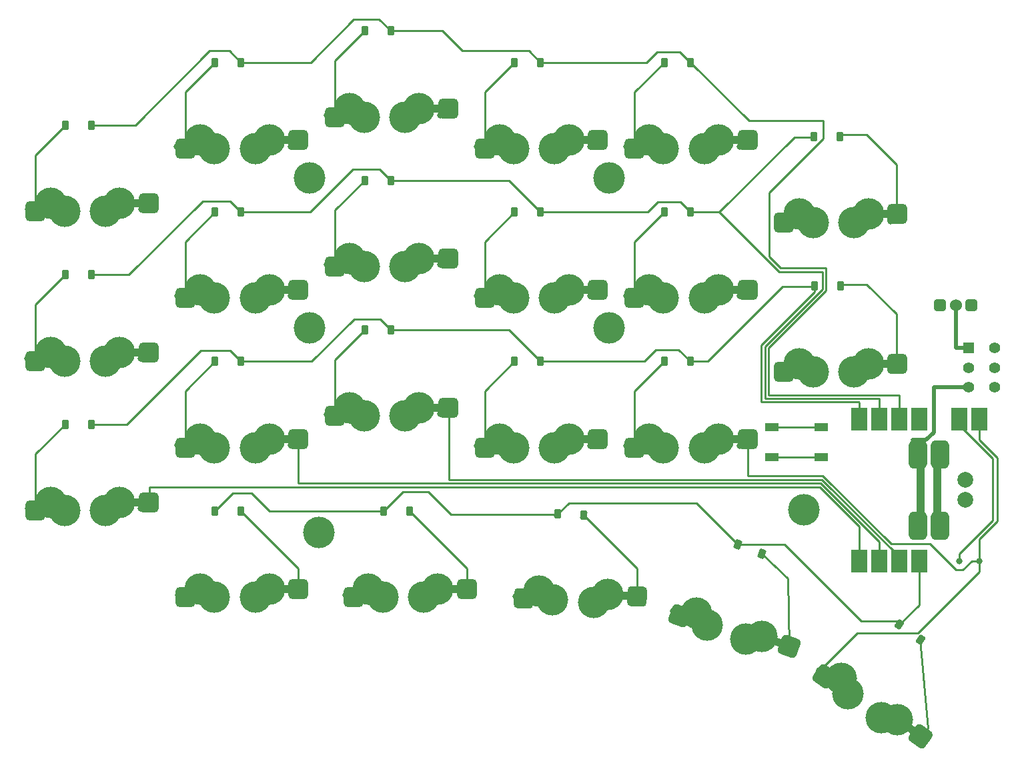
<source format=gbr>
%TF.GenerationSoftware,KiCad,Pcbnew,7.0.2-0*%
%TF.CreationDate,2024-02-18T21:26:20+01:00*%
%TF.ProjectId,defiant,64656669-616e-4742-9e6b-696361645f70,rev?*%
%TF.SameCoordinates,Original*%
%TF.FileFunction,Copper,L1,Top*%
%TF.FilePolarity,Positive*%
%FSLAX46Y46*%
G04 Gerber Fmt 4.6, Leading zero omitted, Abs format (unit mm)*
G04 Created by KiCad (PCBNEW 7.0.2-0) date 2024-02-18 21:26:20*
%MOMM*%
%LPD*%
G01*
G04 APERTURE LIST*
G04 Aperture macros list*
%AMRoundRect*
0 Rectangle with rounded corners*
0 $1 Rounding radius*
0 $2 $3 $4 $5 $6 $7 $8 $9 X,Y pos of 4 corners*
0 Add a 4 corners polygon primitive as box body*
4,1,4,$2,$3,$4,$5,$6,$7,$8,$9,$2,$3,0*
0 Add four circle primitives for the rounded corners*
1,1,$1+$1,$2,$3*
1,1,$1+$1,$4,$5*
1,1,$1+$1,$6,$7*
1,1,$1+$1,$8,$9*
0 Add four rect primitives between the rounded corners*
20,1,$1+$1,$2,$3,$4,$5,0*
20,1,$1+$1,$4,$5,$6,$7,0*
20,1,$1+$1,$6,$7,$8,$9,0*
20,1,$1+$1,$8,$9,$2,$3,0*%
%AMRotRect*
0 Rectangle, with rotation*
0 The origin of the aperture is its center*
0 $1 length*
0 $2 width*
0 $3 Rotation angle, in degrees counterclockwise*
0 Add horizontal line*
21,1,$1,$2,0,0,$3*%
G04 Aperture macros list end*
%TA.AperFunction,ComponentPad*%
%ADD10C,4.000000*%
%TD*%
%TA.AperFunction,SMDPad,CuDef*%
%ADD11RoundRect,0.225000X-0.402448X-0.171130X-0.038391X-0.435633X0.402448X0.171130X0.038391X0.435633X0*%
%TD*%
%TA.AperFunction,SMDPad,CuDef*%
%ADD12RoundRect,0.500000X-1.062296X-0.186149X0.151229X-1.067827X1.062296X0.186149X-0.151229X1.067827X0*%
%TD*%
%TA.AperFunction,SMDPad,CuDef*%
%ADD13RotRect,3.750000X1.000000X324.000000*%
%TD*%
%TA.AperFunction,SMDPad,CuDef*%
%ADD14RotRect,3.900000X1.000000X324.000000*%
%TD*%
%TA.AperFunction,SMDPad,CuDef*%
%ADD15RoundRect,0.225000X0.225000X0.375000X-0.225000X0.375000X-0.225000X-0.375000X0.225000X-0.375000X0*%
%TD*%
%TA.AperFunction,SMDPad,CuDef*%
%ADD16RoundRect,0.500000X-0.750000X-0.775000X0.750000X-0.775000X0.750000X0.775000X-0.750000X0.775000X0*%
%TD*%
%TA.AperFunction,SMDPad,CuDef*%
%ADD17R,3.750000X1.000000*%
%TD*%
%TA.AperFunction,SMDPad,CuDef*%
%ADD18R,3.900000X1.000000*%
%TD*%
%TA.AperFunction,SMDPad,CuDef*%
%ADD19RoundRect,0.225000X-0.244318X-0.362710X0.205066X-0.386262X0.244318X0.362710X-0.205066X0.386262X0*%
%TD*%
%TA.AperFunction,SMDPad,CuDef*%
%ADD20RoundRect,0.500000X-0.789533X-0.734686X0.708412X-0.813190X0.789533X0.734686X-0.708412X0.813190X0*%
%TD*%
%TA.AperFunction,SMDPad,CuDef*%
%ADD21RotRect,3.750000X1.000000X357.000000*%
%TD*%
%TA.AperFunction,SMDPad,CuDef*%
%ADD22RotRect,3.900000X1.000000X357.000000*%
%TD*%
%TA.AperFunction,SMDPad,CuDef*%
%ADD23R,2.000000X3.000000*%
%TD*%
%TA.AperFunction,ComponentPad*%
%ADD24C,2.000000*%
%TD*%
%TA.AperFunction,ComponentPad*%
%ADD25RoundRect,0.575000X0.575000X-1.225000X0.575000X1.225000X-0.575000X1.225000X-0.575000X-1.225000X0*%
%TD*%
%TA.AperFunction,SMDPad,CuDef*%
%ADD26RoundRect,0.225000X-0.225000X-0.375000X0.225000X-0.375000X0.225000X0.375000X-0.225000X0.375000X0*%
%TD*%
%TA.AperFunction,SMDPad,CuDef*%
%ADD27R,1.700000X1.000000*%
%TD*%
%TA.AperFunction,ComponentPad*%
%ADD28RoundRect,0.381000X0.381000X0.381000X-0.381000X0.381000X-0.381000X-0.381000X0.381000X-0.381000X0*%
%TD*%
%TA.AperFunction,ComponentPad*%
%ADD29C,1.524000*%
%TD*%
%TA.AperFunction,SMDPad,CuDef*%
%ADD30RoundRect,0.500000X-0.969835X-0.471747X0.439704X-0.984777X0.969835X0.471747X-0.439704X0.984777X0*%
%TD*%
%TA.AperFunction,SMDPad,CuDef*%
%ADD31RotRect,3.750000X1.000000X340.000000*%
%TD*%
%TA.AperFunction,SMDPad,CuDef*%
%ADD32RotRect,3.900000X1.000000X340.000000*%
%TD*%
%TA.AperFunction,SMDPad,CuDef*%
%ADD33RoundRect,0.225000X-0.339688X-0.275430X0.083173X-0.429339X0.339688X0.275430X-0.083173X0.429339X0*%
%TD*%
%TA.AperFunction,SMDPad,CuDef*%
%ADD34RoundRect,0.500000X0.750000X0.775000X-0.750000X0.775000X-0.750000X-0.775000X0.750000X-0.775000X0*%
%TD*%
%TA.AperFunction,ComponentPad*%
%ADD35R,1.400000X1.400000*%
%TD*%
%TA.AperFunction,ComponentPad*%
%ADD36C,1.400000*%
%TD*%
%TA.AperFunction,ViaPad*%
%ADD37C,0.800000*%
%TD*%
%TA.AperFunction,Conductor*%
%ADD38C,0.250000*%
%TD*%
%TA.AperFunction,Conductor*%
%ADD39C,1.000000*%
%TD*%
%TA.AperFunction,Conductor*%
%ADD40C,0.500000*%
%TD*%
G04 APERTURE END LIST*
D10*
%TO.P,,1*%
%TO.N,N/C*%
X181220000Y-113710000D03*
%TD*%
D11*
%TO.P,D20,1,K*%
%TO.N,row3*%
X193367747Y-128272754D03*
%TO.P,D20,2,A*%
%TO.N,Net-(D20-A)*%
X196037503Y-130212446D03*
%TD*%
D12*
%TO.P,T4,1,1*%
%TO.N,col4*%
X183876821Y-134917564D03*
D13*
X185333052Y-135975578D03*
D10*
X186010903Y-135170194D03*
X186849959Y-137077675D03*
%TO.P,T4,2,2*%
%TO.N,Net-(D20-A)*%
X191056847Y-140134158D03*
X193130252Y-140342704D03*
D14*
X194707835Y-141488885D03*
D12*
X196103390Y-142502815D03*
%TD*%
D15*
%TO.P,D3,1,K*%
%TO.N,row2*%
X90818816Y-102860447D03*
%TO.P,D3,2,A*%
%TO.N,Net-(D3-A)*%
X87518816Y-102860447D03*
%TD*%
%TO.P,D13,1,K*%
%TO.N,row0*%
X147818816Y-56860447D03*
%TO.P,D13,2,A*%
%TO.N,Net-(D13-A)*%
X144518816Y-56860447D03*
%TD*%
D16*
%TO.P,T0,1,1*%
%TO.N,col0*%
X102743816Y-124810449D03*
D17*
X104543816Y-124810449D03*
D10*
X104618816Y-123760449D03*
X106418816Y-124810449D03*
%TO.P,T0,2,2*%
%TO.N,Net-(D4-A)*%
X111618816Y-124810449D03*
X113418816Y-123760449D03*
D18*
X115368816Y-123760449D03*
D16*
X117093816Y-123760449D03*
%TD*%
D19*
%TO.P,D12,1,K*%
%TO.N,row3*%
X150046511Y-114236969D03*
%TO.P,D12,2,A*%
%TO.N,Net-(D12-A)*%
X153341989Y-114409677D03*
%TD*%
D20*
%TO.P,T2,1,1*%
%TO.N,col2*%
X145676919Y-124987036D03*
D21*
X147474452Y-125081240D03*
D10*
X147604302Y-124036605D03*
X149346882Y-125179370D03*
%TO.P,T2,2,2*%
%TO.N,Net-(D12-A)*%
X154539756Y-125451517D03*
X156392242Y-124497161D03*
D22*
X158339570Y-124599216D03*
D20*
X160062205Y-124689496D03*
%TD*%
D15*
%TO.P,D14,1,K*%
%TO.N,row1*%
X147818815Y-75860447D03*
%TO.P,D14,2,A*%
%TO.N,Net-(D14-A)*%
X144518815Y-75860447D03*
%TD*%
%TO.P,D11,1,K*%
%TO.N,row2*%
X128818816Y-90860447D03*
%TO.P,D11,2,A*%
%TO.N,Net-(D11-A)*%
X125518816Y-90860447D03*
%TD*%
D23*
%TO.P,U1,1,PA02_A0_D0*%
%TO.N,col4*%
X203482449Y-102208323D03*
%TO.P,U1,2,PA4_A1_D1*%
%TO.N,col3*%
X200942449Y-102208323D03*
%TO.P,U1,4,PA11_A3_D3*%
%TO.N,col5*%
X195862449Y-102208323D03*
%TO.P,U1,5,PA8_A4_D4_SDA*%
%TO.N,row0*%
X193322449Y-102208323D03*
%TO.P,U1,6,PA9_A5_D5_SCL*%
%TO.N,row1*%
X190782449Y-102208323D03*
%TO.P,U1,7,PB08_A6_D6_TX*%
%TO.N,row2*%
X188242449Y-102208323D03*
%TO.P,U1,8,PB09_A7_D7_RX*%
%TO.N,col0*%
X188242449Y-120208323D03*
%TO.P,U1,9,PA7_A8_D8_SCK*%
%TO.N,col1*%
X190782449Y-120208323D03*
%TO.P,U1,10,PA5_A9_D9_MISO*%
%TO.N,col2*%
X193322449Y-120208323D03*
%TO.P,U1,11,PA6_A10_D10_MOSI*%
%TO.N,row3*%
X195862449Y-120208323D03*
D24*
%TO.P,U1,19,RESET*%
%TO.N,Net-(U1-RESET)*%
X201712449Y-109938323D03*
%TO.P,U1,20,GND*%
%TO.N,Net-(SW1-Pad2)*%
X201712449Y-112478323D03*
D25*
%TO.P,U1,21,BAT-*%
%TO.N,Net-(J1-Pin_1)*%
X198512449Y-106708323D03*
X198512449Y-115708323D03*
%TO.P,U1,22,BAT+*%
%TO.N,Net-(U1-BAT+)*%
X195737449Y-106708323D03*
X195737449Y-115708323D03*
%TD*%
D10*
%TO.P,REF\u002A\u002A,1*%
%TO.N,N/C*%
X118494251Y-90563323D03*
%TD*%
D15*
%TO.P,D7,1,K*%
%TO.N,row2*%
X109818816Y-94860448D03*
%TO.P,D7,2,A*%
%TO.N,Net-(D7-A)*%
X106518816Y-94860448D03*
%TD*%
%TO.P,D5,1,K*%
%TO.N,row0*%
X109818815Y-56860447D03*
%TO.P,D5,2,A*%
%TO.N,Net-(D5-A)*%
X106518815Y-56860447D03*
%TD*%
%TO.P,D10,1,K*%
%TO.N,row1*%
X128818816Y-71860448D03*
%TO.P,D10,2,A*%
%TO.N,Net-(D10-A)*%
X125518816Y-71860448D03*
%TD*%
%TO.P,D15,1,K*%
%TO.N,row2*%
X147818815Y-94860447D03*
%TO.P,D15,2,A*%
%TO.N,Net-(D15-A)*%
X144518815Y-94860447D03*
%TD*%
%TO.P,D17,1,K*%
%TO.N,row0*%
X166818815Y-56860448D03*
%TO.P,D17,2,A*%
%TO.N,Net-(D17-A)*%
X163518815Y-56860448D03*
%TD*%
D10*
%TO.P,,1*%
%TO.N,N/C*%
X119704251Y-116603323D03*
%TD*%
D16*
%TO.P,C5R2,1,1*%
%TO.N,col5*%
X178743821Y-77193323D03*
D17*
X180543821Y-77193323D03*
D10*
X180618821Y-76143323D03*
X182418821Y-77193323D03*
%TO.P,C5R2,2,2*%
%TO.N,Net-(D22-A)*%
X187618821Y-77193323D03*
X189418821Y-76143323D03*
D18*
X191368821Y-76143323D03*
D16*
X193093821Y-76143323D03*
%TD*%
D26*
%TO.P,D8,1,K*%
%TO.N,row3*%
X127893815Y-113860448D03*
%TO.P,D8,2,A*%
%TO.N,Net-(D8-A)*%
X131193815Y-113860448D03*
%TD*%
D16*
%TO.P,T1,1,1*%
%TO.N,col1*%
X124118816Y-124810448D03*
D17*
X125918816Y-124810448D03*
D10*
X125993816Y-123760448D03*
X127793816Y-124810448D03*
%TO.P,T1,2,2*%
%TO.N,Net-(D8-A)*%
X132993816Y-124810448D03*
X134793816Y-123760448D03*
D18*
X136743816Y-123760448D03*
D16*
X138468816Y-123760448D03*
%TD*%
D26*
%TO.P,D4,1,K*%
%TO.N,row3*%
X106518816Y-113860447D03*
%TO.P,D4,2,A*%
%TO.N,Net-(D4-A)*%
X109818816Y-113860447D03*
%TD*%
D15*
%TO.P,D9,1,K*%
%TO.N,row0*%
X128818815Y-52860448D03*
%TO.P,D9,2,A*%
%TO.N,Net-(D9-A)*%
X125518815Y-52860448D03*
%TD*%
D10*
%TO.P,REF\u002A\u002A,1*%
%TO.N,N/C*%
X156494251Y-71553323D03*
%TD*%
D27*
%TO.P,SW1,1,1*%
%TO.N,Net-(U1-RESET)*%
X177190000Y-103220000D03*
X183490000Y-103220000D03*
%TO.P,SW1,2,2*%
%TO.N,Net-(SW1-Pad2)*%
X177190000Y-107020000D03*
X183490000Y-107020000D03*
%TD*%
D15*
%TO.P,D2,1,K*%
%TO.N,row1*%
X90818815Y-83860448D03*
%TO.P,D2,2,A*%
%TO.N,Net-(D2-A)*%
X87518815Y-83860448D03*
%TD*%
D26*
%TO.P,D22,1,K*%
%TO.N,row1*%
X182553821Y-66273323D03*
%TO.P,D22,2,A*%
%TO.N,Net-(D22-A)*%
X185853821Y-66273323D03*
%TD*%
D28*
%TO.P,J1,1,Pin_1*%
%TO.N,Net-(J1-Pin_1)*%
X202520000Y-87710000D03*
X198520000Y-87710000D03*
D29*
%TO.P,J1,2,Pin_2*%
%TO.N,Net-(J1-Pin_2)*%
X200520000Y-87710000D03*
%TD*%
D30*
%TO.P,T3,1,1*%
%TO.N,col3*%
X165535397Y-127137363D03*
D31*
X167226844Y-127752999D03*
D10*
X167656442Y-126791974D03*
X168988767Y-128394287D03*
%TO.P,T3,2,2*%
%TO.N,Net-(D16-A)*%
X173875169Y-130172792D03*
X175925737Y-129801751D03*
D32*
X177758137Y-130468690D03*
D30*
X179379107Y-131058675D03*
%TD*%
D15*
%TO.P,D19,1,K*%
%TO.N,row2*%
X166818816Y-94860447D03*
%TO.P,D19,2,A*%
%TO.N,Net-(D19-A)*%
X163518816Y-94860447D03*
%TD*%
%TO.P,D6,1,K*%
%TO.N,row1*%
X109818816Y-75860448D03*
%TO.P,D6,2,A*%
%TO.N,Net-(D6-A)*%
X106518816Y-75860448D03*
%TD*%
D16*
%TO.P,C5R3,1,1*%
%TO.N,col5*%
X178743821Y-96193323D03*
D17*
X180543821Y-96193323D03*
D10*
X180618821Y-95143323D03*
X182418821Y-96193323D03*
%TO.P,C5R3,2,2*%
%TO.N,Net-(D23-A)*%
X187618821Y-96193323D03*
X189418821Y-95143323D03*
D18*
X191368821Y-95143323D03*
D16*
X193093821Y-95143323D03*
%TD*%
D26*
%TO.P,D23,1,K*%
%TO.N,row2*%
X182596321Y-85273323D03*
%TO.P,D23,2,A*%
%TO.N,Net-(D23-A)*%
X185896321Y-85273323D03*
%TD*%
D15*
%TO.P,D18,1,K*%
%TO.N,row1*%
X166818816Y-75860447D03*
%TO.P,D18,2,A*%
%TO.N,Net-(D18-A)*%
X163518816Y-75860447D03*
%TD*%
D33*
%TO.P,D16,1,K*%
%TO.N,row3*%
X172848127Y-118129039D03*
%TO.P,D16,2,A*%
%TO.N,Net-(D16-A)*%
X175949113Y-119257705D03*
%TD*%
D10*
%TO.P,REF\u002A\u002A,1*%
%TO.N,N/C*%
X118494251Y-71553323D03*
%TD*%
%TO.P,REF\u002A\u002A,1*%
%TO.N,N/C*%
X156494251Y-90563323D03*
%TD*%
D15*
%TO.P,D1,1,K*%
%TO.N,row0*%
X90818815Y-64860447D03*
%TO.P,D1,2,A*%
%TO.N,Net-(D1-A)*%
X87518815Y-64860447D03*
%TD*%
D34*
%TO.P,C3R1,1,1*%
%TO.N,col3*%
X155093815Y-66760448D03*
D18*
X153368815Y-66760448D03*
D10*
X151418815Y-66760448D03*
X149618815Y-67810448D03*
%TO.P,C3R1,2,2*%
%TO.N,Net-(D13-A)*%
X144418815Y-67810448D03*
X142618815Y-66760448D03*
D17*
X142543815Y-67810448D03*
D34*
X140743815Y-67810448D03*
%TD*%
%TO.P,C3R3,1,1*%
%TO.N,col3*%
X155093816Y-104760447D03*
D18*
X153368816Y-104760447D03*
D10*
X151418816Y-104760447D03*
X149618816Y-105810447D03*
%TO.P,C3R3,2,2*%
%TO.N,Net-(D15-A)*%
X144418816Y-105810447D03*
X142618816Y-104760447D03*
D17*
X142543816Y-105810447D03*
D34*
X140743816Y-105810447D03*
%TD*%
%TO.P,C2R3,1,1*%
%TO.N,col2*%
X136093815Y-100760447D03*
D18*
X134368815Y-100760447D03*
D10*
X132418815Y-100760447D03*
X130618815Y-101810447D03*
%TO.P,C2R3,2,2*%
%TO.N,Net-(D11-A)*%
X125418815Y-101810447D03*
X123618815Y-100760447D03*
D17*
X123543815Y-101810447D03*
D34*
X121743815Y-101810447D03*
%TD*%
%TO.P,C3R2,1,1*%
%TO.N,col3*%
X155093815Y-85760448D03*
D18*
X153368815Y-85760448D03*
D10*
X151418815Y-85760448D03*
X149618815Y-86810448D03*
%TO.P,C3R2,2,2*%
%TO.N,Net-(D14-A)*%
X144418815Y-86810448D03*
X142618815Y-85760448D03*
D17*
X142543815Y-86810448D03*
D34*
X140743815Y-86810448D03*
%TD*%
%TO.P,C0R2,1,1*%
%TO.N,col0*%
X98093816Y-93760447D03*
D18*
X96368816Y-93760447D03*
D10*
X94418816Y-93760447D03*
X92618816Y-94810447D03*
%TO.P,C0R2,2,2*%
%TO.N,Net-(D2-A)*%
X87418816Y-94810447D03*
X85618816Y-93760447D03*
D17*
X85543816Y-94810447D03*
D34*
X83743816Y-94810447D03*
%TD*%
%TO.P,C0R1,1,1*%
%TO.N,col0*%
X98093816Y-74760448D03*
D18*
X96368816Y-74760448D03*
D10*
X94418816Y-74760448D03*
X92618816Y-75810448D03*
%TO.P,C0R1,2,2*%
%TO.N,Net-(D1-A)*%
X87418816Y-75810448D03*
X85618816Y-74760448D03*
D17*
X85543816Y-75810448D03*
D34*
X83743816Y-75810448D03*
%TD*%
%TO.P,C0R3,1,1*%
%TO.N,col0*%
X98093815Y-112760447D03*
D18*
X96368815Y-112760447D03*
D10*
X94418815Y-112760447D03*
X92618815Y-113810447D03*
%TO.P,C0R3,2,2*%
%TO.N,Net-(D3-A)*%
X87418815Y-113810447D03*
X85618815Y-112760447D03*
D17*
X85543815Y-113810447D03*
D34*
X83743815Y-113810447D03*
%TD*%
%TO.P,C4R2,1,1*%
%TO.N,col4*%
X174093816Y-85760447D03*
D18*
X172368816Y-85760447D03*
D10*
X170418816Y-85760447D03*
X168618816Y-86810447D03*
%TO.P,C4R2,2,2*%
%TO.N,Net-(D18-A)*%
X163418816Y-86810447D03*
X161618816Y-85760447D03*
D17*
X161543816Y-86810447D03*
D34*
X159743816Y-86810447D03*
%TD*%
%TO.P,C1R3,1,1*%
%TO.N,col1*%
X117093815Y-104760447D03*
D18*
X115368815Y-104760447D03*
D10*
X113418815Y-104760447D03*
X111618815Y-105810447D03*
%TO.P,C1R3,2,2*%
%TO.N,Net-(D7-A)*%
X106418815Y-105810447D03*
X104618815Y-104760447D03*
D17*
X104543815Y-105810447D03*
D34*
X102743815Y-105810447D03*
%TD*%
D35*
%TO.P,SW3,1,1*%
%TO.N,Net-(J1-Pin_2)*%
X202120000Y-93160000D03*
D36*
%TO.P,SW3,2,2*%
%TO.N,unconnected-(SW3-Pad2)*%
X202120000Y-95660000D03*
%TO.P,SW3,3,3*%
%TO.N,Net-(U1-BAT+)*%
X202120000Y-98160000D03*
%TO.P,SW3,4,4*%
%TO.N,unconnected-(SW3-Pad4)*%
X205420000Y-93160000D03*
%TO.P,SW3,5*%
%TO.N,N/C*%
X205420000Y-95660000D03*
%TO.P,SW3,6*%
X205420000Y-98160000D03*
%TD*%
D34*
%TO.P,C2R2,1,1*%
%TO.N,col2*%
X136093815Y-81760447D03*
D18*
X134368815Y-81760447D03*
D10*
X132418815Y-81760447D03*
X130618815Y-82810447D03*
%TO.P,C2R2,2,2*%
%TO.N,Net-(D10-A)*%
X125418815Y-82810447D03*
X123618815Y-81760447D03*
D17*
X123543815Y-82810447D03*
D34*
X121743815Y-82810447D03*
%TD*%
%TO.P,C2R1,1,1*%
%TO.N,col2*%
X136093815Y-62760447D03*
D18*
X134368815Y-62760447D03*
D10*
X132418815Y-62760447D03*
X130618815Y-63810447D03*
%TO.P,C2R1,2,2*%
%TO.N,Net-(D9-A)*%
X125418815Y-63810447D03*
X123618815Y-62760447D03*
D17*
X123543815Y-63810447D03*
D34*
X121743815Y-63810447D03*
%TD*%
%TO.P,C1R2,1,1*%
%TO.N,col1*%
X117093815Y-85760448D03*
D18*
X115368815Y-85760448D03*
D10*
X113418815Y-85760448D03*
X111618815Y-86810448D03*
%TO.P,C1R2,2,2*%
%TO.N,Net-(D6-A)*%
X106418815Y-86810448D03*
X104618815Y-85760448D03*
D17*
X104543815Y-86810448D03*
D34*
X102743815Y-86810448D03*
%TD*%
%TO.P,C4R3,1,1*%
%TO.N,col4*%
X174093815Y-104760447D03*
D18*
X172368815Y-104760447D03*
D10*
X170418815Y-104760447D03*
X168618815Y-105810447D03*
%TO.P,C4R3,2,2*%
%TO.N,Net-(D19-A)*%
X163418815Y-105810447D03*
X161618815Y-104760447D03*
D17*
X161543815Y-105810447D03*
D34*
X159743815Y-105810447D03*
%TD*%
%TO.P,C1R1,1,1*%
%TO.N,col1*%
X117093817Y-66760447D03*
D18*
X115368817Y-66760447D03*
D10*
X113418817Y-66760447D03*
X111618817Y-67810447D03*
%TO.P,C1R1,2,2*%
%TO.N,Net-(D5-A)*%
X106418817Y-67810447D03*
X104618817Y-66760447D03*
D17*
X104543817Y-67810447D03*
D34*
X102743817Y-67810447D03*
%TD*%
%TO.P,C4R1,1,1*%
%TO.N,col4*%
X174093815Y-66760447D03*
D18*
X172368815Y-66760447D03*
D10*
X170418815Y-66760447D03*
X168618815Y-67810447D03*
%TO.P,C4R1,2,2*%
%TO.N,Net-(D17-A)*%
X163418815Y-67810447D03*
X161618815Y-66760447D03*
D17*
X161543815Y-67810447D03*
D34*
X159743815Y-67810447D03*
%TD*%
D37*
%TO.N,col4*%
X183204251Y-134123323D03*
%TO.N,Net-(D20-A)*%
X195116148Y-142115547D03*
%TO.N,col5*%
X195870000Y-102160000D03*
%TO.N,row2*%
X188220000Y-102160000D03*
%TO.N,Net-(D23-A)*%
X192270000Y-96010000D03*
%TO.N,col5*%
X177870000Y-96110000D03*
X177820000Y-77060000D03*
%TO.N,Net-(D22-A)*%
X192270000Y-77060000D03*
%TO.N,col0*%
X97108815Y-94500447D03*
X188262448Y-120133324D03*
X97148815Y-75500448D03*
X97088816Y-113510447D03*
X101838815Y-124550447D03*
%TO.N,Net-(D1-A)*%
X82738815Y-75550448D03*
%TO.N,Net-(D2-A)*%
X82718815Y-94520448D03*
%TO.N,Net-(D3-A)*%
X82738816Y-113530447D03*
%TO.N,col1*%
X123093816Y-124580447D03*
X190762449Y-120133323D03*
X116128815Y-67530448D03*
X116138816Y-86530447D03*
X116108815Y-105510448D03*
%TO.N,Net-(D5-A)*%
X101698816Y-67540447D03*
%TO.N,Net-(D6-A)*%
X101728815Y-86570447D03*
%TO.N,Net-(D7-A)*%
X101718815Y-105530447D03*
%TO.N,col2*%
X135128815Y-82530447D03*
X144654251Y-124723323D03*
X135128816Y-63550447D03*
X193262449Y-120133324D03*
X135128815Y-101540448D03*
%TO.N,Net-(D9-A)*%
X120698816Y-63570448D03*
%TO.N,Net-(D10-A)*%
X120738816Y-82560447D03*
%TO.N,Net-(D11-A)*%
X120708816Y-101580447D03*
%TO.N,col3*%
X164654251Y-126573323D03*
X154128816Y-86540447D03*
X154138815Y-67540448D03*
X154128817Y-105540448D03*
X200942448Y-120208323D03*
%TO.N,Net-(D13-A)*%
X139718815Y-67540447D03*
%TO.N,Net-(D14-A)*%
X139728816Y-86570448D03*
%TO.N,Net-(D15-A)*%
X139718816Y-105560447D03*
%TO.N,col4*%
X203482449Y-120208324D03*
X173138816Y-86540447D03*
X173128816Y-67530448D03*
X173138815Y-105550447D03*
%TO.N,Net-(D17-A)*%
X158728816Y-67570447D03*
%TO.N,Net-(D18-A)*%
X158708816Y-86570448D03*
%TO.N,Net-(D19-A)*%
X158728816Y-105550448D03*
%TO.N,row0*%
X193262448Y-102133324D03*
%TO.N,row1*%
X190762448Y-102133323D03*
%TO.N,row3*%
X195762448Y-120133324D03*
%TO.N,Net-(D4-A)*%
X116148816Y-124000447D03*
%TO.N,Net-(D8-A)*%
X137463816Y-124010447D03*
%TO.N,Net-(D12-A)*%
X159024250Y-124903324D03*
%TO.N,Net-(D16-A)*%
X178332811Y-130955266D03*
%TO.N,Net-(U1-RESET)*%
X183470000Y-103210000D03*
X177170000Y-103210000D03*
%TO.N,Net-(SW1-Pad2)*%
X177170000Y-107010000D03*
X183490000Y-107020000D03*
%TD*%
D38*
%TO.N,Net-(D20-A)*%
X196014529Y-130239824D02*
X196994492Y-141440842D01*
%TO.N,row2*%
X188242449Y-102182449D02*
X188242449Y-102208323D01*
X188220000Y-102160000D02*
X188242449Y-102182449D01*
X188242449Y-102137551D02*
X188220000Y-102160000D01*
%TO.N,col0*%
X98210471Y-112643791D02*
X98210471Y-110860000D01*
X183247208Y-110860000D02*
X188242449Y-115855241D01*
X98093815Y-112760447D02*
X98210471Y-112643791D01*
X98210471Y-110860000D02*
X183247208Y-110860000D01*
X188242449Y-115855241D02*
X188242449Y-120208323D01*
%TO.N,Net-(D1-A)*%
X87518815Y-64860447D02*
X83743815Y-68635448D01*
X83743815Y-68635448D02*
X83743815Y-75810447D01*
%TO.N,Net-(D2-A)*%
X83743816Y-87635448D02*
X83743816Y-94810448D01*
X87518816Y-83860447D02*
X83743816Y-87635448D01*
%TO.N,Net-(D3-A)*%
X83743815Y-106635446D02*
X83743816Y-113810448D01*
X87518816Y-102860448D02*
X83743815Y-106635446D01*
%TO.N,col1*%
X190782449Y-117758845D02*
X190782449Y-120208323D01*
X183383604Y-110360000D02*
X190782449Y-117758845D01*
X117093815Y-104760447D02*
X117093815Y-110360000D01*
X117093815Y-110360000D02*
X183383604Y-110360000D01*
%TO.N,Net-(D5-A)*%
X102743816Y-60635448D02*
X102743816Y-67810447D01*
X106518816Y-56860447D02*
X102743816Y-60635448D01*
%TO.N,Net-(D6-A)*%
X102743815Y-79635448D02*
X102743816Y-86810448D01*
X106518815Y-75860448D02*
X102743815Y-79635448D01*
%TO.N,Net-(D7-A)*%
X102743816Y-98635448D02*
X102743816Y-105810448D01*
X106518816Y-94860448D02*
X102743816Y-98635448D01*
%TO.N,col2*%
X136093815Y-100760447D02*
X136174251Y-100840883D01*
X193322449Y-119662449D02*
X193322449Y-120208323D01*
X183520000Y-109860000D02*
X193322449Y-119662449D01*
X136174251Y-100840883D02*
X136174251Y-109860000D01*
X136174251Y-109860000D02*
X183520000Y-109860000D01*
%TO.N,Net-(D9-A)*%
X121743816Y-56635448D02*
X121743816Y-63810447D01*
X125518815Y-52860448D02*
X121743816Y-56635448D01*
%TO.N,Net-(D10-A)*%
X125518815Y-71860448D02*
X121743816Y-75635447D01*
X121743816Y-75635447D02*
X121743816Y-82810447D01*
%TO.N,Net-(D11-A)*%
X121743815Y-94635447D02*
X121743815Y-101810448D01*
X125518816Y-90860447D02*
X121743815Y-94635447D01*
%TO.N,col3*%
X200942449Y-102949720D02*
X205194251Y-107201521D01*
X200942449Y-119316928D02*
X200942448Y-120208323D01*
X200942449Y-102208324D02*
X200942449Y-102949720D01*
X205194251Y-107201521D02*
X205194250Y-115065125D01*
X205194250Y-115065125D02*
X200942449Y-119316928D01*
%TO.N,Net-(D13-A)*%
X140743815Y-60635447D02*
X140743815Y-67810447D01*
X144518816Y-56860448D02*
X140743815Y-60635447D01*
%TO.N,Net-(D14-A)*%
X144518816Y-75860447D02*
X140743815Y-79635447D01*
X140743815Y-79635447D02*
X140743814Y-86810448D01*
%TO.N,Net-(D15-A)*%
X140743816Y-98635448D02*
X144518815Y-94860447D01*
X140743815Y-105810447D02*
X140743816Y-98635448D01*
%TO.N,col4*%
X200520000Y-121360000D02*
X197220000Y-118060000D01*
X203482449Y-120208324D02*
X202571676Y-120208324D01*
X205762449Y-115133324D02*
X203482448Y-117413324D01*
X201420000Y-121360000D02*
X200520000Y-121360000D01*
X203482448Y-102208324D02*
X203482448Y-104853324D01*
X202571676Y-120208324D02*
X201420000Y-121360000D01*
X183876821Y-133503179D02*
X188020000Y-129360000D01*
X205762448Y-107133324D02*
X205762449Y-115133324D01*
X174120000Y-104786632D02*
X174093815Y-104760447D01*
X203482448Y-117413324D02*
X203482449Y-120208324D01*
X174120000Y-109360000D02*
X174120000Y-104786632D01*
X183656396Y-109360000D02*
X174120000Y-109360000D01*
X197220000Y-118060000D02*
X192356396Y-118060000D01*
X183876821Y-134917564D02*
X183876821Y-133503179D01*
X195698889Y-129360000D02*
X203482449Y-121576440D01*
X203482449Y-121576440D02*
X203482449Y-120208324D01*
X188020000Y-129360000D02*
X195698889Y-129360000D01*
X192356396Y-118060000D02*
X183656396Y-109360000D01*
X203482448Y-104853324D02*
X205762448Y-107133324D01*
%TO.N,Net-(D17-A)*%
X159743815Y-60635448D02*
X159743817Y-67810448D01*
X163518816Y-56860448D02*
X159743815Y-60635448D01*
%TO.N,Net-(D18-A)*%
X159743816Y-79635447D02*
X159743815Y-86810448D01*
X163518815Y-75860448D02*
X159743816Y-79635447D01*
%TO.N,Net-(D19-A)*%
X159743815Y-98635447D02*
X163518816Y-94860446D01*
X159743815Y-105810448D02*
X159743815Y-98635447D01*
%TO.N,row0*%
X96368815Y-64860447D02*
X90818815Y-64860447D01*
X135378816Y-52860447D02*
X128818816Y-52860447D01*
X108338815Y-55380447D02*
X105848815Y-55380447D01*
X162638816Y-55520448D02*
X161298815Y-56860447D01*
X147818815Y-56860448D02*
X146338816Y-55380448D01*
X193322449Y-99162449D02*
X193322449Y-102208323D01*
X161298815Y-56860447D02*
X147818815Y-56860448D01*
X137898816Y-55380448D02*
X135378816Y-52860447D01*
X176850000Y-81554498D02*
X178305502Y-83010000D01*
X128818816Y-52860447D02*
X127328816Y-51370447D01*
X166885542Y-56860448D02*
X174284251Y-64259157D01*
X124128816Y-51370447D02*
X118638816Y-56860448D01*
X184070000Y-85846396D02*
X176770000Y-93146396D01*
X105848815Y-55380447D02*
X96368815Y-64860447D01*
X176770000Y-99110000D02*
X193270000Y-99110000D01*
X178305502Y-83010000D02*
X184070000Y-83010000D01*
X174284251Y-64259157D02*
X183719157Y-64259157D01*
X184070000Y-83010000D02*
X184070000Y-85846396D01*
X165478816Y-55520447D02*
X162638816Y-55520448D01*
X193270000Y-99110000D02*
X193322449Y-99162449D01*
X127328816Y-51370447D02*
X124128816Y-51370447D01*
X118638816Y-56860448D02*
X109818815Y-56860448D01*
X176770000Y-93146396D02*
X176770000Y-99110000D01*
X109818815Y-56860448D02*
X108338815Y-55380447D01*
X183720000Y-66540000D02*
X176850000Y-73410000D01*
X183719157Y-64259157D02*
X183720000Y-64260000D01*
X176850000Y-73410000D02*
X176850000Y-81554498D01*
X146338816Y-55380448D02*
X137898816Y-55380448D01*
X166818815Y-56860447D02*
X165478816Y-55520447D01*
X166818815Y-56860448D02*
X166885542Y-56860448D01*
X183720000Y-64260000D02*
X183720000Y-66540000D01*
%TO.N,row1*%
X123988815Y-70460447D02*
X118588816Y-75860448D01*
X180020000Y-66360000D02*
X182467144Y-66360000D01*
X161458816Y-75860448D02*
X162718816Y-74600447D01*
X95588816Y-83860448D02*
X90818815Y-83860448D01*
X128818816Y-71860448D02*
X143818816Y-71860447D01*
X183620000Y-83460000D02*
X183620000Y-85660000D01*
X166818816Y-75860447D02*
X170519553Y-75860447D01*
X108458815Y-74500447D02*
X104948817Y-74500447D01*
X170519553Y-75860447D02*
X178119106Y-83460000D01*
X190744898Y-99560000D02*
X190782449Y-99597551D01*
X190924251Y-102603323D02*
X190924251Y-101107566D01*
X118588816Y-75860448D02*
X109818816Y-75860447D01*
X165558816Y-74600447D02*
X166818816Y-75860448D01*
X104948817Y-74500447D02*
X95588816Y-83860448D01*
X178119106Y-83460000D02*
X183620000Y-83460000D01*
X183620000Y-85660000D02*
X176320000Y-92960000D01*
X170519553Y-75860447D02*
X180020000Y-66360000D01*
X127418816Y-70460448D02*
X123988815Y-70460447D01*
X147818815Y-75860447D02*
X161458816Y-75860448D01*
X176320000Y-99560000D02*
X190744898Y-99560000D01*
X190782449Y-99597551D02*
X190782449Y-102208323D01*
X176320000Y-92960000D02*
X176320000Y-99560000D01*
X109818816Y-75860447D02*
X108458815Y-74500447D01*
X162718816Y-74600447D02*
X165558816Y-74600447D01*
X128818816Y-71860448D02*
X127418816Y-70460448D01*
X143818816Y-71860447D02*
X147818815Y-75860447D01*
X182467144Y-66360000D02*
X182553821Y-66273323D01*
%TO.N,row2*%
X175880000Y-100010000D02*
X188180000Y-100010000D01*
X104718816Y-93450447D02*
X95308816Y-102860447D01*
X169020000Y-94860000D02*
X166819263Y-94860000D01*
X118788816Y-94860447D02*
X109818815Y-94860448D01*
X165368816Y-93410448D02*
X162428816Y-93410448D01*
X127448815Y-89490448D02*
X124158815Y-89490447D01*
X147818815Y-94860448D02*
X143818815Y-90860448D01*
X166819263Y-94860000D02*
X166818816Y-94860447D01*
X95308816Y-102860447D02*
X90818816Y-102860447D01*
X188180000Y-100010000D02*
X188242449Y-100072449D01*
X124158815Y-89490447D02*
X118788816Y-94860447D01*
X182596321Y-86047283D02*
X175870000Y-92773604D01*
X108408815Y-93450448D02*
X104718816Y-93450447D01*
X188242449Y-100072449D02*
X188242449Y-102137551D01*
X128818815Y-90860448D02*
X127448815Y-89490448D01*
X182509644Y-85360000D02*
X178520000Y-85360000D01*
X162428816Y-93410448D02*
X160978816Y-94860448D01*
X182596321Y-85273323D02*
X182596321Y-86047283D01*
X182620000Y-85297002D02*
X182596321Y-85273323D01*
X175870000Y-100000000D02*
X175880000Y-100010000D01*
X175870000Y-92773604D02*
X175870000Y-100000000D01*
X143818815Y-90860448D02*
X128818815Y-90860448D01*
X166818815Y-94860447D02*
X165368816Y-93410448D01*
X160978816Y-94860448D02*
X147818815Y-94860448D01*
X109818815Y-94860448D02*
X108408815Y-93450448D01*
X178520000Y-85360000D02*
X169020000Y-94860000D01*
%TO.N,row3*%
X151423480Y-112860000D02*
X167579088Y-112860000D01*
X192954993Y-127860000D02*
X193367747Y-128272754D01*
X172848127Y-118129039D02*
X178789039Y-118129039D01*
X188520000Y-127860000D02*
X192954993Y-127860000D01*
X130320940Y-111433323D02*
X127893815Y-113860448D01*
X113391376Y-113860448D02*
X127893815Y-113860448D01*
X150046511Y-114236969D02*
X151423480Y-112860000D01*
X113391376Y-113860448D02*
X111144251Y-111613323D01*
X133619251Y-111433323D02*
X130320940Y-111433323D01*
X193367747Y-128272754D02*
X195862449Y-125778052D01*
X136460021Y-114274093D02*
X133619251Y-111433323D01*
X178789039Y-118129039D02*
X188520000Y-127860000D01*
X108765940Y-111613323D02*
X106518816Y-113860447D01*
X195862449Y-125778052D02*
X195862449Y-120208323D01*
X167579088Y-112860000D02*
X172848127Y-118129039D01*
X136460021Y-114274093D02*
X150009387Y-114274093D01*
X111144251Y-111613323D02*
X108765940Y-111613323D01*
X150009387Y-114274093D02*
X150046511Y-114236969D01*
%TO.N,Net-(D4-A)*%
X109818816Y-113860448D02*
X117093816Y-121135447D01*
X117093816Y-121135447D02*
X117093816Y-123760448D01*
%TO.N,Net-(D8-A)*%
X138468815Y-121135447D02*
X138468816Y-123760448D01*
X131193815Y-113860448D02*
X138468815Y-121135447D01*
%TO.N,Net-(D12-A)*%
X153341989Y-114409677D02*
X160062205Y-121129893D01*
X160062205Y-121129893D02*
X160062205Y-124689496D01*
%TO.N,Net-(D16-A)*%
X175949113Y-119257704D02*
X179228396Y-122424472D01*
X179228396Y-122424472D02*
X179379108Y-131058675D01*
%TO.N,Net-(D22-A)*%
X193020000Y-77035001D02*
X193020000Y-69860000D01*
X186042145Y-66084999D02*
X185853821Y-66273323D01*
X189244999Y-66084999D02*
X186042145Y-66084999D01*
X193020000Y-69860000D02*
X189244999Y-66084999D01*
D39*
%TO.N,Net-(J1-Pin_1)*%
X198212449Y-106708324D02*
X198212449Y-115708323D01*
D40*
%TO.N,Net-(J1-Pin_2)*%
X200520000Y-93110000D02*
X200520000Y-87710000D01*
X201970000Y-93110000D02*
X200520000Y-93110000D01*
X202120000Y-93260000D02*
X201970000Y-93110000D01*
D38*
%TO.N,Net-(D23-A)*%
X193020000Y-96035001D02*
X193020000Y-88860000D01*
X189244999Y-85084999D02*
X186084645Y-85084999D01*
X186084645Y-85084999D02*
X185896321Y-85273323D01*
X193020000Y-88860000D02*
X189244999Y-85084999D01*
%TO.N,Net-(U1-RESET)*%
X177190000Y-103220000D02*
X183460000Y-103220000D01*
X183460000Y-103220000D02*
X183470000Y-103210000D01*
%TO.N,Net-(SW1-Pad2)*%
X177180000Y-107020000D02*
X183490000Y-107020000D01*
X177170000Y-107010000D02*
X177180000Y-107020000D01*
D40*
%TO.N,Net-(U1-BAT+)*%
X201970000Y-98110000D02*
X202120000Y-98260000D01*
X197720000Y-98110000D02*
X201970000Y-98110000D01*
D38*
X195913286Y-107764638D02*
X196037449Y-107731361D01*
X196037449Y-106708323D02*
X196037449Y-107260000D01*
D39*
X196037449Y-110860000D02*
X196037448Y-115708323D01*
X196037449Y-107260000D02*
X196037449Y-109360000D01*
X196037449Y-106708324D02*
X196037449Y-107260000D01*
D40*
X195020000Y-104860000D02*
X196720000Y-104860000D01*
X196720000Y-104860000D02*
X197720000Y-103860000D01*
D39*
X196037449Y-109360000D02*
X196037449Y-110860000D01*
D40*
X197720000Y-103860000D02*
X197720000Y-98110000D01*
%TD*%
M02*

</source>
